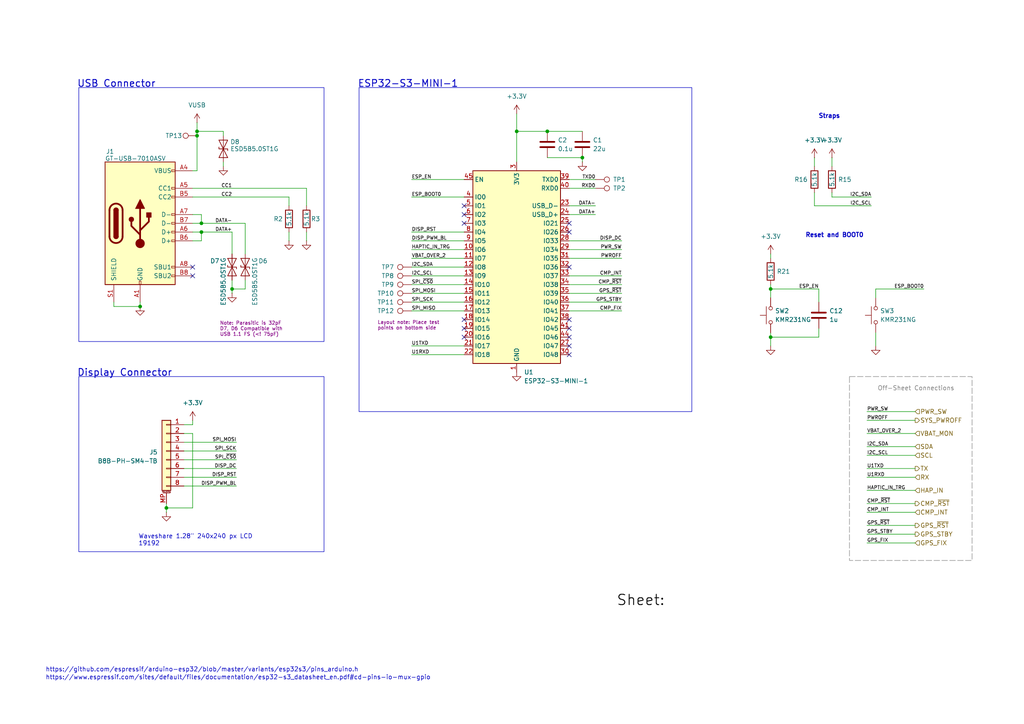
<source format=kicad_sch>
(kicad_sch (version 20250114) (generator "eeschema") (generator_version "9.0")
  (paper "A4")
  (title_block (title "${TITLE}") (date "2025-03-23") (rev "${REVISION}") (company "J. MENDEL"))
  (lib_symbols
    (symbol "Connector:TestPoint" (pin_numbers (hide yes)) (pin_names (offset 0.762) (hide yes))
      (property "Reference" "TP" (at 0 6.858 0))
      (property "Value" "TestPoint" (at 0 5.08 0))
      (symbol "TestPoint_0_1"
        (circle (center 0 3.302) (radius 0.762))
      )
      (symbol "TestPoint_1_1"
        (pin passive line (at 0 0 90) (length 2.54) (name "1") (number "1"))
      )
    )
    (symbol "Connector:USB_C_Receptacle_USB2.0_16P" (pin_names (offset 1.016))
      (property "Reference" "J" (at 0 22.225 0))
      (property "Value" "USB_C_Receptacle_USB2.0_16P" (at 0 19.685 0))
      (symbol "USB_C_Receptacle_USB2.0_16P_0_0"
        (rectangle (start -0.254 -17.78) (end 0.254 -16.764))
        (rectangle (start 10.16 15.494) (end 9.144 14.986))
        (rectangle (start 10.16 10.414) (end 9.144 9.906))
        (rectangle (start 10.16 7.874) (end 9.144 7.366))
        (rectangle (start 10.16 2.794) (end 9.144 2.286))
        (rectangle (start 10.16 0.254) (end 9.144 -0.254))
        (rectangle (start 10.16 -2.286) (end 9.144 -2.794))
        (rectangle (start 10.16 -4.826) (end 9.144 -5.334))
        (rectangle (start 10.16 -12.446) (end 9.144 -12.954))
        (rectangle (start 10.16 -14.986) (end 9.144 -15.494))
      )
      (symbol "USB_C_Receptacle_USB2.0_16P_0_1"
        (rectangle (start -10.16 17.78) (end 10.16 -17.78) (stroke (width 0.254)) (fill (type background)))
        (polyline (pts (xy -8.89 -3.81) (xy -8.89 3.81)) (stroke (width 0.508)))
        (rectangle (start -7.62 -3.81) (end -6.35 3.81) (stroke (width 0.254)) (fill (type outline)))
        (arc (start -7.62 3.81) (mid -6.985 4.4423) (end -6.35 3.81) (stroke (width 0.254)))
        (arc (start -7.62 3.81) (mid -6.985 4.4423) (end -6.35 3.81) (stroke (width 0.254)) (fill (type outline)))
        (arc (start -8.89 3.81) (mid -6.985 5.7067) (end -5.08 3.81) (stroke (width 0.508)))
        (arc (start -5.08 -3.81) (mid -6.985 -5.7067) (end -8.89 -3.81) (stroke (width 0.508)))
        (arc (start -6.35 -3.81) (mid -6.985 -4.4423) (end -7.62 -3.81) (stroke (width 0.254)))
        (arc (start -6.35 -3.81) (mid -6.985 -4.4423) (end -7.62 -3.81) (stroke (width 0.254)) (fill (type outline)))
        (polyline (pts (xy -5.08 3.81) (xy -5.08 -3.81)) (stroke (width 0.508)))
        (circle (center -2.54 1.143) (radius 0.635) (stroke (width 0.254)) (fill (type outline)))
        (polyline (pts (xy -1.27 4.318) (xy 0 6.858) (xy 1.27 4.318) (xy -1.27 4.318)) (stroke (width 0.254)) (fill (type outline)))
        (polyline (pts (xy 0 -2.032) (xy 2.54 0.508) (xy 2.54 1.778)) (stroke (width 0.508)))
        (polyline (pts (xy 0 -3.302) (xy -2.54 -0.762) (xy -2.54 0.508)) (stroke (width 0.508)))
        (polyline (pts (xy 0 -5.842) (xy 0 4.318)) (stroke (width 0.508)))
        (circle (center 0 -5.842) (radius 1.27) (fill (type outline)))
        (rectangle (start 1.905 1.778) (end 3.175 3.048) (stroke (width 0.254)) (fill (type outline)))
      )
      (symbol "USB_C_Receptacle_USB2.0_16P_1_1"
        (pin passive line (at -7.62 -22.86 90) (length 5.08) (name "SHIELD") (number "S1"))
        (pin passive line (at 0 -22.86 90) (length 5.08) (name "GND") (number "A1"))
        (pin passive line (at 0 -22.86 90) (length 5.08) (hide yes) (name "GND") (number "A12"))
        (pin passive line (at 0 -22.86 90) (length 5.08) (hide yes) (name "GND") (number "B1"))
        (pin passive line (at 0 -22.86 90) (length 5.08) (hide yes) (name "GND") (number "B12"))
        (pin passive line (at 15.24 15.24 180) (length 5.08) (name "VBUS") (number "A4"))
        (pin passive line (at 15.24 15.24 180) (length 5.08) (hide yes) (name "VBUS") (number "A9"))
        (pin passive line (at 15.24 15.24 180) (length 5.08) (hide yes) (name "VBUS") (number "B4"))
        (pin passive line (at 15.24 15.24 180) (length 5.08) (hide yes) (name "VBUS") (number "B9"))
        (pin bidirectional line (at 15.24 10.16 180) (length 5.08) (name "CC1") (number "A5"))
        (pin bidirectional line (at 15.24 7.62 180) (length 5.08) (name "CC2") (number "B5"))
        (pin bidirectional line (at 15.24 2.54 180) (length 5.08) (name "D-") (number "A7"))
        (pin bidirectional line (at 15.24 0 180) (length 5.08) (name "D-") (number "B7"))
        (pin bidirectional line (at 15.24 -2.54 180) (length 5.08) (name "D+") (number "A6"))
        (pin bidirectional line (at 15.24 -5.08 180) (length 5.08) (name "D+") (number "B6"))
        (pin bidirectional line (at 15.24 -12.7 180) (length 5.08) (name "SBU1") (number "A8"))
        (pin bidirectional line (at 15.24 -15.24 180) (length 5.08) (name "SBU2") (number "B8"))
      )
    )
    (symbol "Connector_Generic_MountingPin:Conn_01x08_MountingPin" (pin_names (offset 1.016) (hide yes))
      (property "Reference" "J" (at 0 10.16 0))
      (property "Value" "Conn_01x08_MountingPin" (at 1.27 -12.7 0))
      (symbol "Conn_01x08_MountingPin_1_1"
        (rectangle (start -1.27 8.89) (end 1.27 -11.43) (stroke (width 0.254)) (fill (type background)))
        (rectangle (start -1.27 7.747) (end 0 7.493) (stroke (width 0.1524)))
        (rectangle (start -1.27 5.207) (end 0 4.953) (stroke (width 0.1524)))
        (rectangle (start -1.27 2.667) (end 0 2.413) (stroke (width 0.1524)))
        (rectangle (start -1.27 0.127) (end 0 -0.127) (stroke (width 0.1524)))
        (rectangle (start -1.27 -2.413) (end 0 -2.667) (stroke (width 0.1524)))
        (rectangle (start -1.27 -4.953) (end 0 -5.207) (stroke (width 0.1524)))
        (rectangle (start -1.27 -7.493) (end 0 -7.747) (stroke (width 0.1524)))
        (rectangle (start -1.27 -10.033) (end 0 -10.287) (stroke (width 0.1524)))
        (polyline (pts (xy -1.016 -12.192) (xy 1.016 -12.192)) (stroke (width 0.1524)))
        (text "Mounting" (at 0 -11.811 0) (effects (font (size 0.381 0.381))))
        (pin passive line (at -5.08 7.62 0) (length 3.81) (name "Pin_1") (number "1"))
        (pin passive line (at -5.08 5.08 0) (length 3.81) (name "Pin_2") (number "2"))
        (pin passive line (at -5.08 2.54 0) (length 3.81) (name "Pin_3") (number "3"))
        (pin passive line (at -5.08 0 0) (length 3.81) (name "Pin_4") (number "4"))
        (pin passive line (at -5.08 -2.54 0) (length 3.81) (name "Pin_5") (number "5"))
        (pin passive line (at -5.08 -5.08 0) (length 3.81) (name "Pin_6") (number "6"))
        (pin passive line (at -5.08 -7.62 0) (length 3.81) (name "Pin_7") (number "7"))
        (pin passive line (at -5.08 -10.16 0) (length 3.81) (name "Pin_8") (number "8"))
        (pin passive line (at 0 -15.24 90) (length 3.048) (name "MountPin") (number "MP"))
      )
    )
    (symbol "Device:C" (pin_numbers (hide yes)) (pin_names (offset 0.254))
      (property "Reference" "C" (at 0.635 2.54 0))
      (property "Value" "C" (at 0.635 -2.54 0))
      (symbol "C_0_1"
        (polyline (pts (xy -2.032 0.762) (xy 2.032 0.762)) (stroke (width 0.508)))
        (polyline (pts (xy -2.032 -0.762) (xy 2.032 -0.762)) (stroke (width 0.508)))
      )
      (symbol "C_1_1"
        (pin passive line (at 0 3.81 270) (length 2.794) (name "~") (number "1"))
        (pin passive line (at 0 -3.81 90) (length 2.794) (name "~") (number "2"))
      )
    )
    (symbol "Device:R" (pin_numbers (hide yes)) (pin_names (offset 0))
      (property "Reference" "R" (at 2.032 0 90))
      (property "Value" "R" (at 0 0 90))
      (symbol "R_0_1"
        (rectangle (start -1.016 -2.54) (end 1.016 2.54) (stroke (width 0.254)))
      )
      (symbol "R_1_1"
        (pin passive line (at 0 3.81 270) (length 1.27) (name "~") (number "1"))
        (pin passive line (at 0 -3.81 90) (length 1.27) (name "~") (number "2"))
      )
    )
    (symbol "Diode:ESD9B5.0ST5G" (pin_numbers (hide yes)) (pin_names (offset 1.016) (hide yes))
      (property "Reference" "D" (at 0 2.54 0))
      (property "Value" "ESD9B5.0ST5G" (at 0 -2.54 0))
      (symbol "ESD9B5.0ST5G_0_1"
        (polyline (pts (xy -2.54 -1.27) (xy 0 0) (xy -2.54 1.27) (xy -2.54 -1.27)) (stroke (width 0.2032)))
        (polyline (pts (xy 0.508 1.27) (xy 0 1.27) (xy 0 -1.27) (xy -0.508 -1.27)) (stroke (width 0.2032)))
        (polyline (pts (xy 1.27 0) (xy -1.27 0)))
        (polyline (pts (xy 2.54 1.27) (xy 2.54 -1.27) (xy 0 0) (xy 2.54 1.27)) (stroke (width 0.2032)))
      )
      (symbol "ESD9B5.0ST5G_1_1"
        (pin passive line (at -3.81 0 0) (length 2.54) (name "A1") (number "1"))
        (pin passive line (at 3.81 0 180) (length 2.54) (name "A2") (number "2"))
      )
    )
    (symbol "RF_Module:ESP32-S3-MINI-1"
      (property "Reference" "U" (at -11.43 29.21 0))
      (property "Value" "ESP32-S3-MINI-1" (at 12.7 29.21 0))
      (symbol "ESP32-S3-MINI-1_0_1"
        (rectangle (start -12.7 27.94) (end 12.7 -27.94) (stroke (width 0.254)) (fill (type background)))
      )
      (symbol "ESP32-S3-MINI-1_1_1"
        (pin input line (at -15.24 25.4 0) (length 2.54) (name "EN") (number "45"))
        (pin bidirectional line (at -15.24 20.32 0) (length 2.54) (name "IO0") (number "4"))
        (pin bidirectional line (at -15.24 17.78 0) (length 2.54) (name "IO1") (number "5"))
        (pin bidirectional line (at -15.24 15.24 0) (length 2.54) (name "IO2") (number "6"))
        (pin bidirectional line (at -15.24 12.7 0) (length 2.54) (name "IO3") (number "7"))
        (pin bidirectional line (at -15.24 10.16 0) (length 2.54) (name "IO4") (number "8"))
        (pin bidirectional line (at -15.24 7.62 0) (length 2.54) (name "IO5") (number "9"))
        (pin bidirectional line (at -15.24 5.08 0) (length 2.54) (name "IO6") (number "10"))
        (pin bidirectional line (at -15.24 2.54 0) (length 2.54) (name "IO7") (number "11"))
        (pin bidirectional line (at -15.24 0 0) (length 2.54) (name "IO8") (number "12"))
        (pin bidirectional line (at -15.24 -2.54 0) (length 2.54) (name "IO9") (number "13"))
        (pin bidirectional line (at -15.24 -5.08 0) (length 2.54) (name "IO10") (number "14"))
        (pin bidirectional line (at -15.24 -7.62 0) (length 2.54) (name "IO11") (number "15"))
        (pin bidirectional line (at -15.24 -10.16 0) (length 2.54) (name "IO12") (number "16"))
        (pin bidirectional line (at -15.24 -12.7 0) (length 2.54) (name "IO13") (number "17"))
        (pin bidirectional line (at -15.24 -15.24 0) (length 2.54) (name "IO14") (number "18"))
        (pin bidirectional line (at -15.24 -17.78 0) (length 2.54) (name "IO15") (number "19"))
        (pin bidirectional line (at -15.24 -20.32 0) (length 2.54) (name "IO16") (number "20"))
        (pin bidirectional line (at -15.24 -22.86 0) (length 2.54) (name "IO17") (number "21"))
        (pin bidirectional line (at -15.24 -25.4 0) (length 2.54) (name "IO18") (number "22"))
        (pin power_in line (at 0 30.48 270) (length 2.54) (name "3V3") (number "3"))
        (pin power_in line (at 0 -30.48 90) (length 2.54) (name "GND") (number "1"))
        (pin passive line (at 0 -30.48 90) (length 2.54) (hide yes) (name "GND") (number "2"))
        (pin passive line (at 0 -30.48 90) (length 2.54) (hide yes) (name "GND") (number "42"))
        (pin passive line (at 0 -30.48 90) (length 2.54) (hide yes) (name "GND") (number "43"))
        (pin passive line (at 0 -30.48 90) (length 2.54) (hide yes) (name "GND") (number "46"))
        (pin passive line (at 0 -30.48 90) (length 2.54) (hide yes) (name "GND") (number "47"))
        (pin passive line (at 0 -30.48 90) (length 2.54) (hide yes) (name "GND") (number "48"))
        (pin passive line (at 0 -30.48 90) (length 2.54) (hide yes) (name "GND") (number "49"))
        (pin passive line (at 0 -30.48 90) (length 2.54) (hide yes) (name "GND") (number "50"))
        (pin passive line (at 0 -30.48 90) (length 2.54) (hide yes) (name "GND") (number "51"))
        (pin passive line (at 0 -30.48 90) (length 2.54) (hide yes) (name "GND") (number "52"))
        (pin passive line (at 0 -30.48 90) (length 2.54) (hide yes) (name "GND") (number "53"))
        (pin passive line (at 0 -30.48 90) (length 2.54) (hide yes) (name "GND") (number "54"))
        (pin passive line (at 0 -30.48 90) (length 2.54) (hide yes) (name "GND") (number "55"))
        (pin passive line (at 0 -30.48 90) (length 2.54) (hide yes) (name "GND") (number "56"))
        (pin passive line (at 0 -30.48 90) (length 2.54) (hide yes) (name "GND") (number "57"))
        (pin passive line (at 0 -30.48 90) (length 2.54) (hide yes) (name "GND") (number "58"))
        (pin passive line (at 0 -30.48 90) (length 2.54) (hide yes) (name "GND") (number "59"))
        (pin passive line (at 0 -30.48 90) (length 2.54) (hide yes) (name "GND") (number "60"))
        (pin passive line (at 0 -30.48 90) (length 2.54) (hide yes) (name "GND") (number "61"))
        (pin passive line (at 0 -30.48 90) (length 2.54) (hide yes) (name "GND") (number "62"))
        (pin passive line (at 0 -30.48 90) (length 2.54) (hide yes) (name "GND") (number "63"))
        (pin passive line (at 0 -30.48 90) (length 2.54) (hide yes) (name "GND") (number "64"))
        (pin passive line (at 0 -30.48 90) (length 2.54) (hide yes) (name "GND") (number "65"))
        (pin bidirectional line (at 15.24 25.4 180) (length 2.54) (name "TXD0") (number "39"))
        (pin bidirectional line (at 15.24 22.86 180) (length 2.54) (name "RXD0") (number "40"))
        (pin bidirectional line (at 15.24 17.78 180) (length 2.54) (name "USB_D-") (number "23"))
        (pin bidirectional line (at 15.24 15.24 180) (length 2.54) (name "USB_D+") (number "24"))
        (pin bidirectional line (at 15.24 12.7 180) (length 2.54) (name "IO21") (number "25"))
        (pin bidirectional line (at 15.24 10.16 180) (length 2.54) (name "IO26") (number "26"))
        (pin bidirectional line (at 15.24 7.62 180) (length 2.54) (name "IO33") (number "28"))
        (pin bidirectional line (at 15.24 5.08 180) (length 2.54) (name "IO34") (number "29"))
        (pin bidirectional line (at 15.24 2.54 180) (length 2.54) (name "IO35") (number "31"))
        (pin bidirectional line (at 15.24 0 180) (length 2.54) (name "IO36") (number "32"))
        (pin bidirectional line (at 15.24 -2.54 180) (length 2.54) (name "IO37") (number "33"))
        (pin bidirectional line (at 15.24 -5.08 180) (length 2.54) (name "IO38") (number "34"))
        (pin bidirectional line (at 15.24 -7.62 180) (length 2.54) (name "IO39") (number "35"))
        (pin bidirectional line (at 15.24 -10.16 180) (length 2.54) (name "IO40") (number "36"))
        (pin bidirectional line (at 15.24 -12.7 180) (length 2.54) (name "IO41") (number "37"))
        (pin bidirectional line (at 15.24 -15.24 180) (length 2.54) (name "IO42") (number "38"))
        (pin bidirectional line (at 15.24 -17.78 180) (length 2.54) (name "IO45") (number "41"))
        (pin bidirectional line (at 15.24 -20.32 180) (length 2.54) (name "IO46") (number "44"))
        (pin bidirectional line (at 15.24 -22.86 180) (length 2.54) (name "IO47") (number "27"))
        (pin bidirectional line (at 15.24 -25.4 180) (length 2.54) (name "IO48") (number "30"))
      )
    )
    (symbol "Switch:SW_Push" (pin_numbers (hide yes)) (pin_names (offset 1.016) (hide yes))
      (property "Reference" "SW" (at 1.27 2.54 0))
      (property "Value" "SW_Push" (at 0 -1.524 0))
      (symbol "SW_Push_0_1"
        (circle (center -2.032 0) (radius 0.508))
        (polyline (pts (xy 0 1.27) (xy 0 3.048)))
        (circle (center 2.032 0) (radius 0.508))
        (polyline (pts (xy 2.54 1.27) (xy -2.54 1.27)))
        (pin passive line (at -5.08 0 0) (length 2.54) (name "1") (number "1"))
        (pin passive line (at 5.08 0 180) (length 2.54) (name "2") (number "2"))
      )
    )
    (symbol "power:+3.3V" (power) (pin_numbers (hide yes)) (pin_names (offset 0) (hide yes))
      (property "Value" "+3.3V" (at 0 3.556 0))
      (symbol "+3.3V_0_1"
        (polyline (pts (xy -0.762 1.27) (xy 0 2.54)))
        (polyline (pts (xy 0 2.54) (xy 0.762 1.27)))
        (polyline (pts (xy 0 0) (xy 0 2.54)))
      )
      (symbol "+3.3V_1_1"
        (pin power_in line (at 0 0 90) (length 0) (name "~") (number "1"))
      )
    )
    (symbol "power:GND" (power) (pin_numbers (hide yes)) (pin_names (offset 0) (hide yes))
      (property "Value" "GND" (at 0 -3.81 0))
      (symbol "GND_0_1"
        (polyline (pts (xy 0 0) (xy 0 -1.27) (xy 1.27 -1.27) (xy 0 -2.54) (xy -1.27 -1.27) (xy 0 -1.27)))
      )
      (symbol "GND_1_1"
        (pin power_in line (at 0 0 270) (length 0) (name "~") (number "1"))
      )
    )
    (symbol "power:VBUS" (power) (pin_numbers (hide yes)) (pin_names (offset 0) (hide yes))
      (property "Value" "VBUS" (at 0 3.556 0))
      (symbol "VBUS_0_1"
        (polyline (pts (xy -0.762 1.27) (xy 0 2.54)))
        (polyline (pts (xy 0 2.54) (xy 0.762 1.27)))
        (polyline (pts (xy 0 0) (xy 0 2.54)))
      )
      (symbol "VBUS_1_1"
        (pin power_in line (at 0 0 90) (length 0) (name "~") (number "1"))
      )
    )
  )
  (rectangle (start 104.14 25.4) (end 200.66 119.38))
  (rectangle (start 22.86 25.4) (end 93.98 99.06))
  (rectangle (start 246.38 109.22) (end 281.94 162.56) (stroke (width 0) (type dash) (color 132 132 132 1)))
  (rectangle (start 22.86 109.22) (end 93.98 160.02))
  (text "https://github.com/espressif/arduino-esp32/blob/master/variants/esp32s3/pins_arduino.h" (at 13.208 194.31 0) (effects (font (size 1.27 1.27)) (justify left)))
  (text "Reset and BOOT0" (at 242.062 68.326 0) (effects (font (size 1.27 1.27) (thickness 0.254) (bold yes))))
  (text "https://www.espressif.com/sites/default/files/documentation/esp32-s3_datasheet_en.pdf#cd-pins-io-mux-gpio" (at 13.208 196.596 0) (effects (font (size 1.27 1.27)) (justify left)))
  (text "Layout note: Place test\npoints on bottom side" (at 109.474 94.488 0) (effects (font (size 1 1)) (justify left)))
  (text "USB Connector" (at 33.782 24.384 0) (effects (font (size 2 2) (thickness 0.254) (bold yes))))
  (text "ESP32-S3-MINI-1" (at 118.364 24.384 0) (effects (font (size 2 2) (thickness 0.254) (bold yes))))
  (text "Straps" (at 240.538 33.782 0) (effects (font (size 1.27 1.27) (thickness 0.254) (bold yes))))
  (text "Off-Sheet Connections" (at 265.684 112.776 0) (effects (font (size 1.27 1.27) (thickness 0.1588))))
  (text "Display Connector" (at 22.352 108.204 0) (effects (font (size 2 2) (thickness 0.254) (bold yes)) (justify left)))
  (text "Waveshare 1.28\" 240x240 px LCD\n19192" (at 40.132 156.718 0) (effects (font (size 1.27 1.27)) (justify left)))
  (text "Note: Parasitic is 32pF\nD7, D6 Compatible with\nUSB 1.1 FS (<! 75pF)" (at 63.754 95.504 0) (effects (font (size 1 1)) (justify left)))
  (text_box "Sheet: ${SHEETNAME}" (at 177.8 167.64 0) (size 106.68 12.7) (margins 0.9525 0.9525 0.9525 0.9525) (stroke (width -0.0001)) (effects (font (size 3 3) (thickness 0.254) (bold yes)) (justify left)))
  (junction (at 57.15 38.1))
  (junction (at 58.42 64.77))
  (junction (at 149.86 38.1))
  (junction (at 58.42 67.31))
  (junction (at 40.64 88.9))
  (junction (at 223.52 83.82))
  (junction (at 67.31 83.82))
  (junction (at 57.15 39.37))
  (junction (at 48.26 147.32))
  (junction (at 158.75 38.1))
  (junction (at 168.91 45.72))
  (junction (at 223.52 97.79))
  (no_connect (at 55.88 80.01))
  (no_connect (at 165.1 64.77))
  (no_connect (at 134.62 95.25))
  (no_connect (at 165.1 100.33))
  (no_connect (at 134.62 59.69))
  (no_connect (at 165.1 102.87))
  (no_connect (at 165.1 92.71))
  (no_connect (at 165.1 97.79))
  (no_connect (at 165.1 95.25))
  (no_connect (at 134.62 92.71))
  (no_connect (at 134.62 62.23))
  (no_connect (at 134.62 64.77))
  (no_connect (at 165.1 77.47))
  (no_connect (at 55.88 77.47))
  (no_connect (at 134.62 97.79))
  (no_connect (at 165.1 67.31))
  (wire (pts (xy 119.38 87.63) (xy 134.62 87.63)))
  (wire (pts (xy 64.77 46.99) (xy 64.77 48.26)))
  (wire (pts (xy 251.46 121.92) (xy 265.43 121.92)))
  (wire (pts (xy 67.31 83.82) (xy 67.31 85.09)))
  (wire (pts (xy 223.52 97.79) (xy 223.52 100.33)))
  (wire (pts (xy 165.1 62.23) (xy 172.72 62.23)))
  (wire (pts (xy 55.88 57.15) (xy 83.82 57.15)))
  (wire (pts (xy 149.86 38.1) (xy 149.86 46.99)))
  (wire (pts (xy 251.46 146.05) (xy 265.43 146.05)))
  (wire (pts (xy 223.52 97.79) (xy 237.49 97.79)))
  (wire (pts (xy 165.1 85.09) (xy 180.34 85.09)))
  (wire (pts (xy 55.88 147.32) (xy 48.26 147.32)))
  (wire (pts (xy 237.49 83.82) (xy 237.49 87.63)))
  (wire (pts (xy 223.52 83.82) (xy 223.52 86.36)))
  (wire (pts (xy 67.31 83.82) (xy 71.12 83.82)))
  (wire (pts (xy 223.52 83.82) (xy 237.49 83.82)))
  (wire (pts (xy 149.86 33.02) (xy 149.86 38.1)))
  (wire (pts (xy 165.1 74.93) (xy 180.34 74.93)))
  (wire (pts (xy 71.12 64.77) (xy 71.12 73.66)))
  (wire (pts (xy 165.1 54.61) (xy 172.72 54.61)))
  (wire (pts (xy 83.82 57.15) (xy 83.82 59.69)))
  (wire (pts (xy 251.46 129.54) (xy 265.43 129.54)))
  (wire (pts (xy 58.42 64.77) (xy 71.12 64.77)))
  (wire (pts (xy 165.1 90.17) (xy 180.34 90.17)))
  (wire (pts (xy 119.38 90.17) (xy 134.62 90.17)))
  (wire (pts (xy 236.22 59.69) (xy 252.73 59.69)))
  (wire (pts (xy 57.15 49.53) (xy 55.88 49.53)))
  (wire (pts (xy 180.34 82.55) (xy 165.1 82.55)))
  (wire (pts (xy 254 83.82) (xy 267.97 83.82)))
  (wire (pts (xy 119.38 85.09) (xy 134.62 85.09)))
  (wire (pts (xy 134.62 67.31) (xy 119.38 67.31)))
  (wire (pts (xy 241.3 57.15) (xy 241.3 55.88)))
  (wire (pts (xy 119.38 102.87) (xy 134.62 102.87)))
  (wire (pts (xy 88.9 54.61) (xy 88.9 59.69)))
  (wire (pts (xy 64.77 38.1) (xy 57.15 38.1)))
  (wire (pts (xy 33.02 88.9) (xy 40.64 88.9)))
  (wire (pts (xy 119.38 100.33) (xy 134.62 100.33)))
  (wire (pts (xy 237.49 97.79) (xy 237.49 95.25)))
  (wire (pts (xy 57.15 38.1) (xy 57.15 39.37)))
  (wire (pts (xy 236.22 59.69) (xy 236.22 55.88)))
  (wire (pts (xy 119.38 80.01) (xy 134.62 80.01)))
  (wire (pts (xy 254 96.52) (xy 254 100.33)))
  (wire (pts (xy 134.62 52.07) (xy 119.38 52.07)))
  (wire (pts (xy 168.91 45.72) (xy 168.91 46.99)))
  (wire (pts (xy 53.34 135.89) (xy 68.58 135.89)))
  (wire (pts (xy 241.3 45.72) (xy 241.3 48.26)))
  (wire (pts (xy 48.26 147.32) (xy 48.26 146.05)))
  (wire (pts (xy 165.1 87.63) (xy 180.34 87.63)))
  (wire (pts (xy 67.31 81.28) (xy 67.31 83.82)))
  (wire (pts (xy 119.38 57.15) (xy 134.62 57.15)))
  (wire (pts (xy 53.34 138.43) (xy 68.58 138.43)))
  (wire (pts (xy 71.12 83.82) (xy 71.12 81.28)))
  (wire (pts (xy 251.46 125.73) (xy 265.43 125.73)))
  (wire (pts (xy 64.77 39.37) (xy 64.77 38.1)))
  (wire (pts (xy 241.3 57.15) (xy 252.73 57.15)))
  (wire (pts (xy 119.38 82.55) (xy 134.62 82.55)))
  (wire (pts (xy 53.34 123.19) (xy 55.88 123.19)))
  (wire (pts (xy 251.46 148.59) (xy 265.43 148.59)))
  (wire (pts (xy 40.64 88.9) (xy 40.64 87.63)))
  (wire (pts (xy 251.46 135.89) (xy 265.43 135.89)))
  (wire (pts (xy 223.52 82.55) (xy 223.52 83.82)))
  (wire (pts (xy 180.34 80.01) (xy 165.1 80.01)))
  (wire (pts (xy 251.46 119.38) (xy 265.43 119.38)))
  (wire (pts (xy 88.9 67.31) (xy 88.9 69.85)))
  (wire (pts (xy 251.46 138.43) (xy 265.43 138.43)))
  (wire (pts (xy 53.34 125.73) (xy 55.88 125.73)))
  (wire (pts (xy 33.02 87.63) (xy 33.02 88.9)))
  (wire (pts (xy 251.46 142.24) (xy 265.43 142.24)))
  (wire (pts (xy 55.88 54.61) (xy 88.9 54.61)))
  (wire (pts (xy 55.88 69.85) (xy 58.42 69.85)))
  (wire (pts (xy 53.34 130.81) (xy 68.58 130.81)))
  (wire (pts (xy 67.31 67.31) (xy 67.31 73.66)))
  (wire (pts (xy 251.46 132.08) (xy 265.43 132.08)))
  (wire (pts (xy 119.38 72.39) (xy 134.62 72.39)))
  (wire (pts (xy 58.42 67.31) (xy 58.42 69.85)))
  (wire (pts (xy 158.75 38.1) (xy 168.91 38.1)))
  (wire (pts (xy 55.88 125.73) (xy 55.88 147.32)))
  (wire (pts (xy 55.88 64.77) (xy 58.42 64.77)))
  (wire (pts (xy 119.38 77.47) (xy 134.62 77.47)))
  (wire (pts (xy 149.86 38.1) (xy 158.75 38.1)))
  (wire (pts (xy 254 83.82) (xy 254 86.36)))
  (wire (pts (xy 223.52 96.52) (xy 223.52 97.79)))
  (wire (pts (xy 165.1 59.69) (xy 172.72 59.69)))
  (wire (pts (xy 236.22 45.72) (xy 236.22 48.26)))
  (wire (pts (xy 251.46 152.4) (xy 265.43 152.4)))
  (wire (pts (xy 57.15 39.37) (xy 57.15 49.53)))
  (wire (pts (xy 53.34 128.27) (xy 68.58 128.27)))
  (wire (pts (xy 58.42 67.31) (xy 67.31 67.31)))
  (wire (pts (xy 55.88 67.31) (xy 58.42 67.31)))
  (wire (pts (xy 119.38 69.85) (xy 134.62 69.85)))
  (wire (pts (xy 251.46 154.94) (xy 265.43 154.94)))
  (wire (pts (xy 119.38 74.93) (xy 134.62 74.93)))
  (wire (pts (xy 223.52 73.66) (xy 223.52 74.93)))
  (wire (pts (xy 83.82 67.31) (xy 83.82 69.85)))
  (wire (pts (xy 251.46 157.48) (xy 265.43 157.48)))
  (wire (pts (xy 165.1 72.39) (xy 180.34 72.39)))
  (wire (pts (xy 55.88 121.92) (xy 55.88 123.19)))
  (wire (pts (xy 53.34 140.97) (xy 68.58 140.97)))
  (wire (pts (xy 58.42 64.77) (xy 58.42 62.23)))
  (wire (pts (xy 165.1 69.85) (xy 180.34 69.85)))
  (wire (pts (xy 53.34 133.35) (xy 68.58 133.35)))
  (wire (pts (xy 165.1 52.07) (xy 172.72 52.07)))
  (wire (pts (xy 55.88 62.23) (xy 58.42 62.23)))
  (wire (pts (xy 57.15 35.56) (xy 57.15 38.1)))
  (wire (pts (xy 168.91 45.72) (xy 158.75 45.72)))
  (wire (pts (xy 48.26 148.59) (xy 48.26 147.32)))
  (label "ESP_BOOT0" (at 267.97 83.82 180) (effects (font (size 1 1))))
  (label "I2C_SCL" (at 119.38 80.01 0) (effects (font (size 1 1))))
  (label "SPI_SCK" (at 119.38 87.63 0) (effects (font (size 1 1))))
  (label "PWR_SW" (at 180.34 72.39 180) (effects (font (size 1 1))))
  (label "CMP_~{RST}" (at 251.46 146.05 0) (effects (font (size 1 1))))
  (label "I2C_SDA" (at 252.73 57.15 180) (effects (font (size 1 1))))
  (label "ESP_BOOT0" (at 119.38 57.15 0) (effects (font (size 1 1))))
  (label "SPI_~{CS0}" (at 68.58 133.35 180) (effects (font (size 1 1))))
  (label "GPS_~{RST}" (at 180.34 85.09 180) (effects (font (size 1 1))))
  (label "CMP_INT" (at 180.34 80.01 180) (effects (font (size 1 1))))
  (label "PWROFF" (at 180.34 74.93 180) (effects (font (size 1 1))))
  (label "DATA+" (at 172.72 62.23 180) (effects (font (size 1 1))))
  (label "U1RXD" (at 251.46 138.43 0) (effects (font (size 1 1))))
  (label "VBAT_OVER_2" (at 251.46 125.73 0) (effects (font (size 1 1))))
  (label "TXD0" (at 172.72 52.07 180) (effects (font (size 1 1))))
  (label "ESP_EN" (at 237.49 83.82 180) (effects (font (size 1 1))))
  (label "ESP_EN" (at 119.38 52.07 0) (effects (font (size 1 1))))
  (label "HAPTIC_IN_TRG" (at 119.38 72.39 0) (effects (font (size 1 1))))
  (label "DISP_PWM_BL" (at 119.38 69.85 0) (effects (font (size 1 1))))
  (label "DISP_PWM_BL" (at 68.58 140.97 180) (effects (font (size 1 1))))
  (label "GPS_STBY" (at 251.46 154.94 0) (effects (font (size 1 1))))
  (label "CC1" (at 67.31 54.61 180) (effects (font (size 1 1))))
  (label "DATA-" (at 67.31 64.77 180) (effects (font (size 1 1))))
  (label "PWROFF" (at 251.46 121.92 0) (effects (font (size 1 1))))
  (label "DISP_RST" (at 119.38 67.31 0) (effects (font (size 1 1))))
  (label "DISP_DC" (at 180.34 69.85 180) (effects (font (size 1 1))))
  (label "CC2" (at 67.31 57.15 180) (effects (font (size 1 1))))
  (label "CMP_~{RST}" (at 180.34 82.55 180) (effects (font (size 1 1))))
  (label "DISP_DC" (at 68.58 135.89 180) (effects (font (size 1 1))))
  (label "RXD0" (at 172.72 54.61 180) (effects (font (size 1 1))))
  (label "PWR_SW" (at 251.46 119.38 0) (effects (font (size 1 1))))
  (label "I2C_SCL" (at 252.73 59.69 180) (effects (font (size 1 1))))
  (label "GPS_STBY" (at 180.34 87.63 180) (effects (font (size 1 1))))
  (label "VBAT_OVER_2" (at 119.38 74.93 0) (effects (font (size 1 1))))
  (label "SPI_MOSI" (at 68.58 128.27 180) (effects (font (size 1 1))))
  (label "DISP_RST" (at 68.58 138.43 180) (effects (font (size 1 1))))
  (label "SPI_MISO" (at 119.38 90.17 0) (effects (font (size 1 1))))
  (label "U1TXD" (at 119.38 100.33 0) (effects (font (size 1 1))))
  (label "GPS_~{RST}" (at 251.46 152.4 0) (effects (font (size 1 1))))
  (label "I2C_SDA" (at 119.38 77.47 0) (effects (font (size 1 1))))
  (label "U1TXD" (at 251.46 135.89 0) (effects (font (size 1 1))))
  (label "SPI_~{CS0}" (at 119.38 82.55 0) (effects (font (size 1 1))))
  (label "CMP_INT" (at 251.46 148.59 0) (effects (font (size 1 1))))
  (label "GPS_FIX" (at 251.46 157.48 0) (effects (font (size 1 1))))
  (label "SPI_MOSI" (at 119.38 85.09 0) (effects (font (size 1 1))))
  (label "DATA+" (at 67.31 67.31 180) (effects (font (size 1 1))))
  (label "CMP_FIX" (at 180.34 90.17 180) (effects (font (size 1 1))))
  (label "I2C_SDA" (at 251.46 129.54 0) (effects (font (size 1 1))))
  (label "DATA-" (at 172.72 59.69 180) (effects (font (size 1 1))))
  (label "I2C_SCL" (at 251.46 132.08 0) (effects (font (size 1 1))))
  (label "SPI_SCK" (at 68.58 130.81 180) (effects (font (size 1 1))))
  (label "U1RXD" (at 119.38 102.87 0) (effects (font (size 1 1))))
  (label "HAPTIC_IN_TRG" (at 251.46 142.24 0) (effects (font (size 1 1))))
  (hierarchical_label "HAP_IN" (shape input) (at 265.43 142.24 0))
  (hierarchical_label "RX" (shape input) (at 265.43 138.43 0))
  (hierarchical_label "SDA" (shape input) (at 265.43 129.54 0))
  (hierarchical_label "VBAT_MON" (shape input) (at 265.43 125.73 0))
  (hierarchical_label "GPS_FIX" (shape input) (at 265.43 157.48 0))
  (hierarchical_label "SCL" (shape input) (at 265.43 132.08 0))
  (hierarchical_label "CMP_~{RST}" (shape output) (at 265.43 146.05 0))
  (hierarchical_label "SYS_PWROFF" (shape output) (at 265.43 121.92 0))
  (hierarchical_label "GPS_STBY" (shape output) (at 265.43 154.94 0))
  (hierarchical_label "CMP_INT" (shape input) (at 265.43 148.59 0))
  (hierarchical_label "GPS_~{RST}" (shape output) (at 265.43 152.4 0))
  (hierarchical_label "TX" (shape output) (at 265.43 135.89 0))
  (hierarchical_label "PWR_SW" (shape input) (at 265.43 119.38 0))
  (symbol (lib_id "Switch:SW_Push") (at 223.52 91.44 90) (unit 1)
    (property "Reference" "SW2" (at 224.79 90.1699 90) (effects (justify right)))
    (property "Value" "KMR231NG" (at 224.79 92.7099 90) (effects (justify right)))
    (property "Footprint" "Button_Switch_SMD:SW_Push_1P1T_NO_CK_KMR2" (effects (hide yes)))
    (property "Description" "Push button switch, generic, two pins" (effects (hide yes)))
  )
  (symbol (lib_id "Connector:TestPoint") (at 119.38 82.55 90) (mirror x) (unit 1) (in_bom no)
    (property "Reference" "TP9" (at 114.3 82.55 90) (effects (justify left)))
    (property "Value" "SPI_CS0" (effects (hide yes)))
    (property "Footprint" "M20048-1:TestPoint_Pad_D1.5mm_WITH_LABEL" (effects (hide yes)))
    (property "Description" "test point" (effects (hide yes)))
  )
  (symbol (lib_id "Device:R") (at 223.52 78.74 0) (mirror y) (unit 1)
    (property "Reference" "R21" (at 225.298 78.74 0) (effects (justify right)))
    (property "Value" "5.1k" (at 223.52 78.74 90))
    (property "Footprint" "Resistor_SMD:R_0603_1608Metric" (effects (hide yes)))
    (property "Description" "Resistor" (effects (hide yes)))
  )
  (symbol (lib_id "power:GND") (at 48.26 148.59 0) (mirror y) (unit 1)
    (property "Reference" "#PWR044" (effects (hide yes)))
    (property "Value" "GND" (effects (hide yes)))
    (property "Description" "Power symbol creates a global label with name \"GND\" , ground" (effects (hide yes)))
  )
  (symbol (lib_id "Connector:TestPoint") (at 119.38 80.01 90) (mirror x) (unit 1) (in_bom no)
    (property "Reference" "TP8" (at 114.3 80.01 90) (effects (justify left)))
    (property "Value" "I2C_SCL" (effects (hide yes)))
    (property "Footprint" "M20048-1:TestPoint_Pad_D1.5mm_WITH_LABEL" (effects (hide yes)))
    (property "Description" "test point" (effects (hide yes)))
  )
  (symbol (lib_id "power:GND") (at 83.82 69.85 0) (unit 1)
    (property "Reference" "#PWR09" (effects (hide yes)))
    (property "Value" "GND" (effects (hide yes)))
    (property "Description" "Power symbol creates a global label with name \"GND\" , ground" (effects (hide yes)))
  )
  (symbol (lib_id "power:GND") (at 88.9 69.85 0) (unit 1)
    (property "Reference" "#PWR010" (effects (hide yes)))
    (property "Value" "GND" (effects (hide yes)))
    (property "Description" "Power symbol creates a global label with name \"GND\" , ground" (effects (hide yes)))
  )
  (symbol (lib_id "power:+3.3V") (at 149.86 33.02 0) (unit 1)
    (property "Reference" "#PWR02" (effects (hide yes)))
    (property "Value" "+3.3V" (at 149.86 27.94 0))
    (property "Description" "Power symbol creates a global label with name \"+3.3V\"" (effects (hide yes)))
  )
  (symbol (lib_id "Device:C") (at 168.91 41.91 0) (mirror y) (unit 1)
    (property "Reference" "C1" (at 171.958 40.64 0) (effects (justify right)))
    (property "Value" "22u" (at 171.958 43.18 0) (effects (justify right)))
    (property "Footprint" "Capacitor_SMD:C_0603_1608Metric" (effects (hide yes)))
    (property "Description" "Unpolarized capacitor" (effects (hide yes)))
  )
  (symbol (lib_id "Switch:SW_Push") (at 254 91.44 90) (unit 1)
    (property "Reference" "SW3" (at 255.27 90.1699 90) (effects (justify right)))
    (property "Value" "KMR231NG" (at 255.27 92.7099 90) (effects (justify right)))
    (property "Footprint" "Button_Switch_SMD:SW_Push_1P1T_NO_CK_KMR2" (effects (hide yes)))
    (property "Description" "Push button switch, generic, two pins" (effects (hide yes)))
  )
  (symbol (lib_id "power:GND") (at 40.64 88.9 0) (unit 1)
    (property "Reference" "#PWR06" (effects (hide yes)))
    (property "Value" "GND" (effects (hide yes)))
    (property "Description" "Power symbol creates a global label with name \"GND\" , ground" (effects (hide yes)))
  )
  (symbol (lib_id "Connector:TestPoint") (at 57.15 39.37 90) (unit 1) (in_bom no)
    (property "Reference" "TP13" (at 52.832 39.37 90) (effects (justify left)))
    (property "Value" "VUSB" (effects (hide yes)))
    (property "Footprint" "M20048-1:TestPoint_Pad_D1.5mm_WITH_LABEL" (effects (hide yes)))
    (property "Description" "test point" (effects (hide yes)))
  )
  (symbol (lib_id "Connector:TestPoint") (at 119.38 77.47 90) (mirror x) (unit 1) (in_bom no)
    (property "Reference" "TP7" (at 114.3 77.47 90) (effects (justify left)))
    (property "Value" "I2C_SDA" (effects (hide yes)))
    (property "Footprint" "M20048-1:TestPoint_Pad_D1.5mm_WITH_LABEL" (effects (hide yes)))
    (property "Description" "test point" (effects (hide yes)))
  )
  (symbol (lib_id "Connector:TestPoint") (at 119.38 85.09 90) (mirror x) (unit 1) (in_bom no)
    (property "Reference" "TP10" (at 114.3 85.09 90) (effects (justify left)))
    (property "Value" "SPI_MOSI" (effects (hide yes)))
    (property "Footprint" "M20048-1:TestPoint_Pad_D1.5mm_WITH_LABEL" (effects (hide yes)))
    (property "Description" "test point" (effects (hide yes)))
  )
  (symbol (lib_id "Device:R") (at 236.22 52.07 0) (mirror y) (unit 1)
    (property "Reference" "R16" (at 230.378 52.07 0) (effects (justify right)))
    (property "Value" "5.1k" (at 236.22 52.07 90))
    (property "Footprint" "Resistor_SMD:R_0603_1608Metric" (effects (hide yes)))
    (property "Description" "Resistor" (effects (hide yes)))
  )
  (symbol (lib_id "Connector:TestPoint") (at 119.38 87.63 90) (mirror x) (unit 1) (in_bom no)
    (property "Reference" "TP11" (at 114.3 87.63 90) (effects (justify left)))
    (property "Value" "SPI_SCK" (effects (hide yes)))
    (property "Footprint" "M20048-1:TestPoint_Pad_D1.5mm_WITH_LABEL" (effects (hide yes)))
    (property "Description" "test point" (effects (hide yes)))
  )
  (symbol (lib_id "Connector:TestPoint") (at 119.38 90.17 90) (mirror x) (unit 1) (in_bom no)
    (property "Reference" "TP12" (at 114.3 90.17 90) (effects (justify left)))
    (property "Value" "TXD0" (effects (hide yes)))
    (property "Footprint" "M20048-1:TestPoint_Pad_D1.5mm_WITH_LABEL" (effects (hide yes)))
    (property "Description" "test point" (effects (hide yes)))
  )
  (symbol (lib_id "power:+3.3V") (at 223.52 73.66 0) (unit 1)
    (property "Reference" "#PWR054" (effects (hide yes)))
    (property "Value" "+3.3V" (at 223.52 68.58 0))
    (property "Description" "Power symbol creates a global label with name \"+3.3V\"" (effects (hide yes)))
  )
  (symbol (lib_id "power:VBUS") (at 57.15 35.56 0) (unit 1)
    (property "Reference" "#PWR08" (effects (hide yes)))
    (property "Value" "VUSB" (at 57.15 30.48 0))
    (property "Description" "Power symbol creates a global label with name \"VBUS\"" (effects (hide yes)))
  )
  (symbol (lib_id "power:GND") (at 64.77 48.26 0) (unit 1)
    (property "Reference" "#PWR062" (effects (hide yes)))
    (property "Value" "GND" (effects (hide yes)))
    (property "Description" "Power symbol creates a global label with name \"GND\" , ground" (effects (hide yes)))
  )
  (symbol (lib_id "power:GND") (at 149.86 107.95 0) (unit 1)
    (property "Reference" "#PWR01" (effects (hide yes)))
    (property "Value" "GND" (effects (hide yes)))
    (property "Description" "Power symbol creates a global label with name \"GND\" , ground" (effects (hide yes)))
  )
  (symbol (lib_id "power:GND") (at 67.31 85.09 0) (unit 1)
    (property "Reference" "#PWR014" (effects (hide yes)))
    (property "Value" "GND" (effects (hide yes)))
    (property "Description" "Power symbol creates a global label with name \"GND\" , ground" (effects (hide yes)))
  )
  (symbol (lib_id "power:+3.3V") (at 55.88 121.92 0) (unit 1)
    (property "Reference" "#PWR045" (effects (hide yes)))
    (property "Value" "+3.3V" (at 55.88 116.84 0))
    (property "Description" "Power symbol creates a global label with name \"+3.3V\"" (effects (hide yes)))
  )
  (symbol (lib_id "Connector:TestPoint") (at 172.72 52.07 270) (unit 1) (in_bom no)
    (property "Reference" "TP1" (at 177.8 52.07 90) (effects (justify left)))
    (property "Value" "TXD0" (effects (hide yes)))
    (property "Footprint" "M20048-1:TestPoint_Pad_D1.5mm_WITH_LABEL" (effects (hide yes)))
    (property "Description" "test point" (effects (hide yes)))
  )
  (symbol (lib_id "power:GND") (at 254 100.33 0) (unit 1)
    (property "Reference" "#PWR057" (effects (hide yes)))
    (property "Value" "GND" (effects (hide yes)))
    (property "Description" "Power symbol creates a global label with name \"GND\" , ground" (effects (hide yes)))
  )
  (symbol (lib_id "Connector_Generic_MountingPin:Conn_01x08_MountingPin") (at 48.26 130.81 0) (mirror y) (unit 1)
    (property "Reference" "J5" (at 45.72 131.1655 0) (effects (justify left)))
    (property "Value" "B8B-PH-SM4-TB" (at 45.72 133.7055 0) (effects (justify left)))
    (property "Footprint" "Connector_JST:JST_PH_B8B-PH-SM4-TB_1x08-1MP_P2.00mm_Vertical" (effects (hide yes)))
    (property "Description" "Generic connectable mounting pin connector, single row, 01x08, script generated (kicad-library-utils/schlib/autogen/connector/)" (effects (hide yes)))
  )
  (symbol (lib_id "Device:R") (at 83.82 63.5 0) (unit 1)
    (property "Reference" "R2" (at 82.042 63.5 0) (effects (justify right)))
    (property "Value" "5.1k" (at 83.82 63.5 90))
    (property "Footprint" "Resistor_SMD:R_0603_1608Metric" (effects (hide yes)))
    (property "Description" "Resistor" (effects (hide yes)))
  )
  (symbol (lib_id "power:GND") (at 223.52 100.33 0) (unit 1)
    (property "Reference" "#PWR055" (effects (hide yes)))
    (property "Value" "GND" (effects (hide yes)))
    (property "Description" "Power symbol creates a global label with name \"GND\" , ground" (effects (hide yes)))
  )
  (symbol (lib_id "Device:C") (at 158.75 41.91 0) (mirror y) (unit 1)
    (property "Reference" "C2" (at 161.798 40.64 0) (effects (justify right)))
    (property "Value" "0.1u" (at 161.798 43.18 0) (effects (justify right)))
    (property "Footprint" "Capacitor_SMD:C_0603_1608Metric" (effects (hide yes)))
    (property "Description" "Unpolarized capacitor" (effects (hide yes)))
  )
  (symbol (lib_id "Connector:TestPoint") (at 172.72 54.61 270) (unit 1) (in_bom no)
    (property "Reference" "TP2" (at 177.8 54.61 90) (effects (justify left)))
    (property "Value" "RXD0" (effects (hide yes)))
    (property "Footprint" "M20048-1:TestPoint_Pad_D1.5mm_WITH_LABEL" (effects (hide yes)))
    (property "Description" "test point" (effects (hide yes)))
  )
  (symbol (lib_id "power:+3.3V") (at 241.3 45.72 0) (unit 1)
    (property "Reference" "#PWR035" (effects (hide yes)))
    (property "Value" "+3.3V" (at 241.3 40.64 0))
    (property "Description" "Power symbol creates a global label with name \"+3.3V\"" (effects (hide yes)))
  )
  (symbol (lib_id "Diode:ESD9B5.0ST5G") (at 67.31 77.47 90) (unit 1)
    (property "Reference" "D7" (at 60.96 75.692 90) (effects (justify right)))
    (property "Value" "ESD5B5.0ST1G" (at 64.77 74.676 0) (effects (justify right)))
    (property "Footprint" "Diode_SMD:D_SOD-523" (effects (hide yes)))
    (property "Datasheet" "https://www.onsemi.com/pdf/datasheet/esd5b5.0st1-d.pdf" (effects (hide yes)))
    (property "Description" "ESD protection diode, 5.0Vrwm, SOD-523" (effects (hide yes)))
  )
  (symbol (lib_id "Diode:ESD9B5.0ST5G") (at 64.77 43.18 90) (unit 1)
    (property "Reference" "D8" (at 66.802 41.148 90) (effects (justify right)))
    (property "Value" "ESD5B5.0ST1G" (at 66.802 43.18 90) (effects (justify right)))
    (property "Footprint" "Diode_SMD:D_SOD-523" (effects (hide yes)))
    (property "Datasheet" "https://www.onsemi.com/pdf/datasheet/esd5b5.0st1-d.pdf" (effects (hide yes)))
    (property "Description" "ESD protection diode, 5.0Vrwm, SOD-523" (effects (hide yes)))
  )
  (symbol (lib_id "Connector:USB_C_Receptacle_USB2.0_16P") (at 40.64 64.77 0) (unit 1)
    (property "Reference" "J1" (at 30.734 43.942 0) (effects (justify left)))
    (property "Value" "GT-USB-7010ASV" (at 30.48 45.974 0) (effects (justify left)))
    (property "Footprint" "Connector_USB:USB_C_Receptacle_G-Switch_GT-USB-7010ASV" (effects (hide yes)))
    (property "Datasheet" "https://www.usb.org/sites/default/files/documents/usb_type-c.zip" (effects (hide yes)))
    (property "Description" "USB 2.0-only 16P Type-C Receptacle connector" (effects (hide yes)))
    (property "MPN" "GT-USB-7010ASV" (effects (hide yes)))
    (property "Alt1" "USB4105-GF-A" (effects (hide yes)))
  )
  (symbol (lib_id "Device:R") (at 241.3 52.07 0) (mirror y) (unit 1)
    (property "Reference" "R15" (at 243.078 52.07 0) (effects (justify right)))
    (property "Value" "5.1k" (at 241.3 52.07 90))
    (property "Footprint" "Resistor_SMD:R_0603_1608Metric" (effects (hide yes)))
    (property "Description" "Resistor" (effects (hide yes)))
  )
  (symbol (lib_id "RF_Module:ESP32-S3-MINI-1") (at 149.86 77.47 0) (unit 1)
    (property "Reference" "U1" (at 152.0033 107.95 0) (effects (justify left)))
    (property "Value" "ESP32-S3-MINI-1" (at 152.0033 110.49 0) (effects (justify left)))
    (property "Footprint" "RF_Module:ESP32-S2-MINI-1" (effects (hide yes)))
    (property "Datasheet" "https://www.espressif.com/sites/default/files/documentation/esp32-s3-mini-1_mini-1u_datasheet_en.pdf" (effects (hide yes)))
    (property "Description" "RF Module, ESP32-S3 SoC, Wi-Fi 802.11b/g/n, Bluetooth, BLE, 32-bit, 3.3V, SMD, onboard antenna" (effects (hide yes)))
    (property "MPN" "ESP32-S3-MINI-1-N4R2" (effects (hide yes)))
  )
  (symbol (lib_id "power:GND") (at 168.91 46.99 0) (mirror y) (unit 1)
    (property "Reference" "#PWR03" (effects (hide yes)))
    (property "Value" "GND" (effects (hide yes)))
    (property "Description" "Power symbol creates a global label with name \"GND\" , ground" (effects (hide yes)))
  )
  (symbol (lib_id "Device:R") (at 88.9 63.5 0) (unit 1)
    (property "Reference" "R3" (at 90.17 63.5 0) (effects (justify left)))
    (property "Value" "5.1k" (at 88.9 63.5 90))
    (property "Footprint" "Resistor_SMD:R_0603_1608Metric" (effects (hide yes)))
    (property "Description" "Resistor" (effects (hide yes)))
  )
  (symbol (lib_id "Diode:ESD9B5.0ST5G") (at 71.12 77.47 90) (unit 1)
    (property "Reference" "D6" (at 74.93 75.692 90) (effects (justify right)))
    (property "Value" "ESD5B5.0ST1G" (at 73.914 74.676 0) (effects (justify right)))
    (property "Footprint" "Diode_SMD:D_SOD-523" (effects (hide yes)))
    (property "Datasheet" "https://www.onsemi.com/pdf/datasheet/esd5b5.0st1-d.pdf" (effects (hide yes)))
    (property "Description" "ESD protection diode, 5.0Vrwm, SOD-523" (effects (hide yes)))
  )
  (symbol (lib_id "power:+3.3V") (at 236.22 45.72 0) (unit 1)
    (property "Reference" "#PWR034" (effects (hide yes)))
    (property "Value" "+3.3V" (at 236.22 40.64 0))
    (property "Description" "Power symbol creates a global label with name \"+3.3V\"" (effects (hide yes)))
  )
  (symbol (lib_id "Device:C") (at 237.49 91.44 0) (mirror y) (unit 1)
    (property "Reference" "C12" (at 240.538 90.17 0) (effects (justify right)))
    (property "Value" "1u" (at 240.538 92.71 0) (effects (justify right)))
    (property "Footprint" "Capacitor_SMD:C_0603_1608Metric" (effects (hide yes)))
    (property "Description" "Unpolarized capacitor" (effects (hide yes)))
  )
)
</source>
